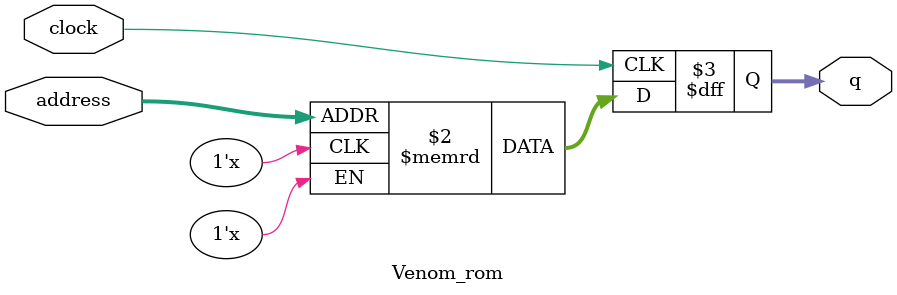
<source format=sv>
module Venom_rom (
	input logic clock,
	input logic [5:0] address,
	output logic [2:0] q
);

logic [2:0] memory [0:63] /* synthesis ram_init_file = "./Venom/Venom.mif" */;

always_ff @ (posedge clock) begin
	q <= memory[address];
end

endmodule

</source>
